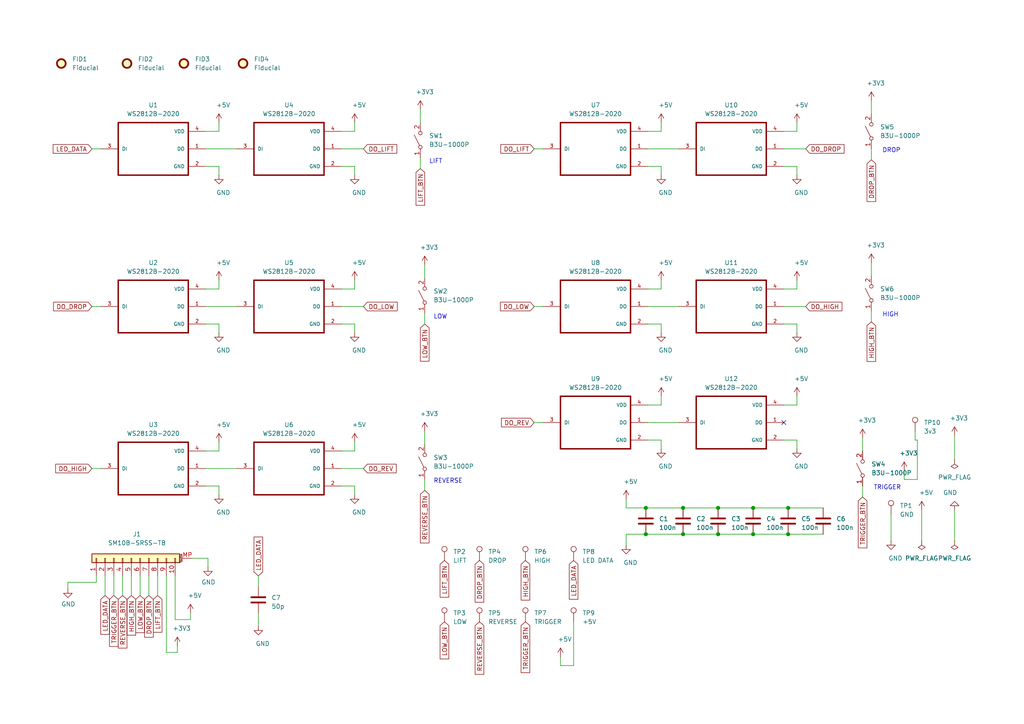
<source format=kicad_sch>
(kicad_sch (version 20211123) (generator eeschema)
  (paper "A4")
  (title_block (title "Pixel Pump UI Board") (date "2023-01-31") (rev "5"))
  (lib_symbols
    (symbol "Connector:TestPoint" (pin_numbers hide) (pin_names (offset 0.762) hide)
      (property "Reference" "TP" (at 0 6.858 0))
      (property "Value" "TestPoint" (at 0 5.08 0))
      (symbol "TestPoint_0_1"
        (circle (center 0 3.302) (radius 0.762))
      )
      (symbol "TestPoint_1_1"
        (pin passive line (at 0 0 90) (length 2.54) (name "1") (number "1"))
      )
    )
    (symbol "Connector_Generic_MountingPin:Conn_01x10_MountingPin" (pin_names (offset 1.016) hide)
      (property "Reference" "J" (at 0 12.7 0))
      (property "Value" "Conn_01x10_MountingPin" (at 1.27 -15.24 0))
      (symbol "Conn_01x10_MountingPin_1_1"
        (rectangle (start -1.27 -12.573) (end 0 -12.827) (stroke (width 0.1524)))
        (rectangle (start -1.27 -10.033) (end 0 -10.287) (stroke (width 0.1524)))
        (rectangle (start -1.27 -7.493) (end 0 -7.747) (stroke (width 0.1524)))
        (rectangle (start -1.27 -4.953) (end 0 -5.207) (stroke (width 0.1524)))
        (rectangle (start -1.27 -2.413) (end 0 -2.667) (stroke (width 0.1524)))
        (rectangle (start -1.27 0.127) (end 0 -0.127) (stroke (width 0.1524)))
        (rectangle (start -1.27 2.667) (end 0 2.413) (stroke (width 0.1524)))
        (rectangle (start -1.27 5.207) (end 0 4.953) (stroke (width 0.1524)))
        (rectangle (start -1.27 7.747) (end 0 7.493) (stroke (width 0.1524)))
        (rectangle (start -1.27 10.287) (end 0 10.033) (stroke (width 0.1524)))
        (rectangle (start -1.27 11.43) (end 1.27 -13.97) (stroke (width 0.254)) (fill (type background)))
        (polyline (pts (xy -1.016 -14.732) (xy 1.016 -14.732)) (stroke (width 0.1524)))
        (text "Mounting" (at 0 -14.351 0) (effects (font (size 0.381 0.381))))
        (pin passive line (at -5.08 10.16 0) (length 3.81) (name "Pin_1") (number "1"))
        (pin passive line (at -5.08 -12.7 0) (length 3.81) (name "Pin_10") (number "10"))
        (pin passive line (at -5.08 7.62 0) (length 3.81) (name "Pin_2") (number "2"))
        (pin passive line (at -5.08 5.08 0) (length 3.81) (name "Pin_3") (number "3"))
        (pin passive line (at -5.08 2.54 0) (length 3.81) (name "Pin_4") (number "4"))
        (pin passive line (at -5.08 0 0) (length 3.81) (name "Pin_5") (number "5"))
        (pin passive line (at -5.08 -2.54 0) (length 3.81) (name "Pin_6") (number "6"))
        (pin passive line (at -5.08 -5.08 0) (length 3.81) (name "Pin_7") (number "7"))
        (pin passive line (at -5.08 -7.62 0) (length 3.81) (name "Pin_8") (number "8"))
        (pin passive line (at -5.08 -10.16 0) (length 3.81) (name "Pin_9") (number "9"))
        (pin passive line (at 0 -17.78 90) (length 3.048) (name "MountPin") (number "MP"))
      )
    )
    (symbol "Device:C" (pin_numbers hide) (pin_names (offset 0.254))
      (property "Reference" "C" (at 0.635 2.54 0))
      (property "Value" "C" (at 0.635 -2.54 0))
      (symbol "C_0_1"
        (polyline (pts (xy -2.032 -0.762) (xy 2.032 -0.762)) (stroke (width 0.508)))
        (polyline (pts (xy -2.032 0.762) (xy 2.032 0.762)) (stroke (width 0.508)))
      )
      (symbol "C_1_1"
        (pin passive line (at 0 3.81 270) (length 2.794) (name "~") (number "1"))
        (pin passive line (at 0 -3.81 90) (length 2.794) (name "~") (number "2"))
      )
    )
    (symbol "Mechanical:Fiducial"
      (property "Reference" "FID" (at 0 5.08 0))
      (property "Value" "Fiducial" (at 0 3.175 0))
      (symbol "Fiducial_0_1"
        (circle (center 0 0) (radius 1.27) (stroke (width 0.508)) (fill (type background)))
      )
    )
    (symbol "Switch:SW_SPST" (pin_names (offset 0) hide)
      (property "Reference" "SW" (at 0 3.175 0))
      (property "Value" "SW_SPST" (at 0 -2.54 0))
      (symbol "SW_SPST_0_0"
        (circle (center -2.032 0) (radius 0.508))
        (polyline (pts (xy -1.524 0.254) (xy 1.524 1.778)))
        (circle (center 2.032 0) (radius 0.508))
      )
      (symbol "SW_SPST_1_1"
        (pin passive line (at -5.08 0 0) (length 2.54) (name "A") (number "1"))
        (pin passive line (at 5.08 0 180) (length 2.54) (name "B") (number "2"))
      )
    )
    (symbol "WS2812-2020:WS2812-2020" (pin_names (offset 1.016))
      (property "Reference" "U" (at -10.1854 7.6454 0))
      (property "Value" "WS2812-2020" (at -10.1854 -10.1854 0))
      (symbol "WS2812-2020_0_0"
        (polyline (pts (xy -10.16 -7.62) (xy -10.16 -5.08)) (stroke (width 0.4064)))
        (polyline (pts (xy -10.16 -5.08) (xy -10.16 7.62)) (stroke (width 0.4064)))
        (polyline (pts (xy -10.16 7.62) (xy 10.16 7.62)) (stroke (width 0.4064)))
        (polyline (pts (xy 10.16 -7.62) (xy -10.16 -7.62)) (stroke (width 0.4064)))
        (polyline (pts (xy 10.16 7.62) (xy 10.16 -7.62)) (stroke (width 0.4064)))
        (pin output line (at 15.24 0 180) (length 5.08) (name "DO") (number "1"))
        (pin power_in line (at 15.24 -5.08 180) (length 5.08) (name "GND") (number "2"))
        (pin input line (at -15.24 0 0) (length 5.08) (name "DI") (number "3"))
        (pin power_in line (at 15.24 5.08 180) (length 5.08) (name "VDD") (number "4"))
      )
    )
    (symbol "power:+3V3" (power) (pin_names (offset 0))
      (property "Value" "+3V3" (at 0 3.556 0))
      (symbol "+3V3_0_1"
        (polyline (pts (xy -0.762 1.27) (xy 0 2.54)))
        (polyline (pts (xy 0 0) (xy 0 2.54)))
        (polyline (pts (xy 0 2.54) (xy 0.762 1.27)))
      )
      (symbol "+3V3_1_1"
        (pin power_in line (at 0 0 90) (length 0) hide (name "+3V3") (number "1"))
      )
    )
    (symbol "power:+5V" (power) (pin_names (offset 0))
      (property "Value" "+5V" (at 0 3.556 0))
      (symbol "+5V_0_1"
        (polyline (pts (xy -0.762 1.27) (xy 0 2.54)))
        (polyline (pts (xy 0 0) (xy 0 2.54)))
        (polyline (pts (xy 0 2.54) (xy 0.762 1.27)))
      )
      (symbol "+5V_1_1"
        (pin power_in line (at 0 0 90) (length 0) hide (name "+5V") (number "1"))
      )
    )
    (symbol "power:GND" (power) (pin_names (offset 0))
      (property "Value" "GND" (at 0 -3.81 0))
      (symbol "GND_0_1"
        (polyline (pts (xy 0 0) (xy 0 -1.27) (xy 1.27 -1.27) (xy 0 -2.54) (xy -1.27 -1.27) (xy 0 -1.27)))
      )
      (symbol "GND_1_1"
        (pin power_in line (at 0 0 270) (length 0) hide (name "GND") (number "1"))
      )
    )
    (symbol "power:PWR_FLAG" (power) (pin_numbers hide) (pin_names (offset 0) hide)
      (property "Value" "PWR_FLAG" (at 0 3.81 0))
      (symbol "PWR_FLAG_0_0"
        (pin power_out line (at 0 0 90) (length 0) (name "pwr") (number "1"))
      )
      (symbol "PWR_FLAG_0_1"
        (polyline (pts (xy 0 0) (xy 0 1.27) (xy -1.016 1.905) (xy 0 2.54) (xy 1.016 1.905) (xy 0 1.27)))
      )
    )
  )
  (junction (at 208.28 154.94) (diameter 1.016))
  (junction (at 187.325 147.32) (diameter 1.016))
  (junction (at 198.12 154.94) (diameter 1.016))
  (junction (at 187.325 154.94) (diameter 1.016))
  (junction (at 228.6 147.32) (diameter 1.016))
  (junction (at 198.12 147.32) (diameter 1.016))
  (junction (at 228.6 154.94) (diameter 1.016))
  (junction (at 208.28 147.32) (diameter 1.016))
  (junction (at 218.44 147.32) (diameter 1.016))
  (junction (at 218.44 154.94) (diameter 1.016))
  (no_connect (at 227.33 122.555))
  (wire (pts (xy 63.5 128.27) (xy 63.5 130.81)))
  (wire (pts (xy 45.72 167.005) (xy 45.72 172.72)))
  (wire (pts (xy 123.19 139.065) (xy 123.19 142.24)))
  (wire (pts (xy 187.96 88.9) (xy 196.85 88.9)))
  (wire (pts (xy 267.335 147.955) (xy 267.335 156.845)))
  (wire (pts (xy 26.67 88.9) (xy 29.21 88.9)))
  (wire (pts (xy 38.1 167.005) (xy 38.1 172.72)))
  (wire (pts (xy 99.06 43.18) (xy 105.41 43.18)))
  (wire (pts (xy 121.92 31.75) (xy 121.92 35.56)))
  (wire (pts (xy 99.06 140.97) (xy 102.87 140.97)))
  (wire (pts (xy 252.73 76.2) (xy 252.73 80.01)))
  (wire (pts (xy 123.19 90.805) (xy 123.19 93.98)))
  (wire (pts (xy 99.06 38.1) (xy 102.87 38.1)))
  (wire (pts (xy 63.5 93.98) (xy 63.5 96.52)))
  (wire (pts (xy 59.69 88.9) (xy 68.58 88.9)))
  (wire (pts (xy 102.87 128.27) (xy 102.87 130.81)))
  (wire (pts (xy 154.94 43.18) (xy 157.48 43.18)))
  (wire (pts (xy 231.14 127.635) (xy 231.14 130.175)))
  (wire (pts (xy 191.77 35.56) (xy 191.77 38.1)))
  (wire (pts (xy 102.87 48.26) (xy 102.87 50.8)))
  (wire (pts (xy 26.67 43.18) (xy 29.21 43.18)))
  (wire (pts (xy 59.69 130.81) (xy 63.5 130.81)))
  (wire (pts (xy 191.77 114.935) (xy 191.77 117.475)))
  (wire (pts (xy 43.18 167.005) (xy 43.18 172.72)))
  (wire (pts (xy 102.87 81.28) (xy 102.87 83.82)))
  (wire (pts (xy 154.94 122.555) (xy 157.48 122.555)))
  (wire (pts (xy 231.14 48.26) (xy 231.14 50.8)))
  (wire (pts (xy 187.96 93.98) (xy 191.77 93.98)))
  (wire (pts (xy 191.77 93.98) (xy 191.77 96.52)))
  (wire (pts (xy 191.77 48.26) (xy 191.77 50.8)))
  (wire (pts (xy 55.88 161.925) (xy 60.325 161.925)))
  (wire (pts (xy 187.96 38.1) (xy 191.77 38.1)))
  (wire (pts (xy 59.69 48.26) (xy 63.5 48.26)))
  (wire (pts (xy 63.5 48.26) (xy 63.5 50.8)))
  (wire (pts (xy 99.06 48.26) (xy 102.87 48.26)))
  (wire (pts (xy 99.06 135.89) (xy 105.41 135.89)))
  (wire (pts (xy 99.06 93.98) (xy 102.87 93.98)))
  (wire (pts (xy 162.56 190.5) (xy 162.56 193.04)))
  (wire (pts (xy 162.56 193.04) (xy 166.37 193.04)))
  (wire (pts (xy 166.37 193.04) (xy 166.37 180.34)))
  (wire (pts (xy 30.48 167.005) (xy 30.48 172.72)))
  (wire (pts (xy 40.64 167.005) (xy 40.64 172.72)))
  (wire (pts (xy 191.77 81.28) (xy 191.77 83.82)))
  (wire (pts (xy 99.06 83.82) (xy 102.87 83.82)))
  (wire (pts (xy 19.685 168.91) (xy 27.94 168.91)))
  (wire (pts (xy 19.685 170.815) (xy 19.685 168.91)))
  (wire (pts (xy 27.94 168.91) (xy 27.94 167.005)))
  (wire (pts (xy 123.19 76.835) (xy 123.19 80.645)))
  (wire (pts (xy 252.73 43.18) (xy 252.73 46.355)))
  (wire (pts (xy 231.14 81.28) (xy 231.14 83.82)))
  (wire (pts (xy 191.77 127.635) (xy 191.77 130.175)))
  (wire (pts (xy 187.96 83.82) (xy 191.77 83.82)))
  (wire (pts (xy 154.94 88.9) (xy 157.48 88.9)))
  (wire (pts (xy 187.96 122.555) (xy 196.85 122.555)))
  (wire (pts (xy 258.445 149.225) (xy 258.445 156.845)))
  (wire (pts (xy 59.69 83.82) (xy 63.5 83.82)))
  (wire (pts (xy 102.87 140.97) (xy 102.87 143.51)))
  (wire (pts (xy 227.33 83.82) (xy 231.14 83.82)))
  (wire (pts (xy 252.73 29.21) (xy 252.73 33.02)))
  (wire (pts (xy 59.69 93.98) (xy 63.5 93.98)))
  (wire (pts (xy 231.14 35.56) (xy 231.14 38.1)))
  (wire (pts (xy 33.02 167.005) (xy 33.02 172.72)))
  (wire (pts (xy 59.69 140.97) (xy 63.5 140.97)))
  (wire (pts (xy 181.61 144.78) (xy 181.61 147.32)))
  (wire (pts (xy 181.61 147.32) (xy 187.325 147.32)))
  (wire (pts (xy 187.325 147.32) (xy 198.12 147.32)))
  (wire (pts (xy 198.12 147.32) (xy 208.28 147.32)))
  (wire (pts (xy 208.28 147.32) (xy 218.44 147.32)))
  (wire (pts (xy 218.44 147.32) (xy 228.6 147.32)))
  (wire (pts (xy 228.6 147.32) (xy 238.76 147.32)))
  (wire (pts (xy 187.96 127.635) (xy 191.77 127.635)))
  (wire (pts (xy 59.69 135.89) (xy 68.58 135.89)))
  (wire (pts (xy 276.86 147.955) (xy 276.86 156.845)))
  (wire (pts (xy 227.33 127.635) (xy 231.14 127.635)))
  (wire (pts (xy 50.8 167.005) (xy 50.8 179.705)))
  (wire (pts (xy 50.8 179.705) (xy 55.245 179.705)))
  (wire (pts (xy 55.245 179.705) (xy 55.245 177.8)))
  (wire (pts (xy 74.93 167.005) (xy 74.93 170.18)))
  (wire (pts (xy 262.255 136.525) (xy 262.255 139.065)))
  (wire (pts (xy 262.255 139.065) (xy 266.065 139.065)))
  (wire (pts (xy 265.43 127.635) (xy 265.43 125.095)))
  (wire (pts (xy 266.065 127.635) (xy 265.43 127.635)))
  (wire (pts (xy 266.065 139.065) (xy 266.065 127.635)))
  (wire (pts (xy 63.5 140.97) (xy 63.5 143.51)))
  (wire (pts (xy 231.14 93.98) (xy 231.14 96.52)))
  (wire (pts (xy 187.96 48.26) (xy 191.77 48.26)))
  (wire (pts (xy 187.96 117.475) (xy 191.77 117.475)))
  (wire (pts (xy 121.92 45.72) (xy 121.92 48.895)))
  (wire (pts (xy 231.14 114.935) (xy 231.14 117.475)))
  (wire (pts (xy 227.33 48.26) (xy 231.14 48.26)))
  (wire (pts (xy 59.69 43.18) (xy 68.58 43.18)))
  (wire (pts (xy 227.33 43.18) (xy 233.68 43.18)))
  (wire (pts (xy 181.61 154.94) (xy 187.325 154.94)))
  (wire (pts (xy 181.61 158.115) (xy 181.61 154.94)))
  (wire (pts (xy 187.325 154.94) (xy 198.12 154.94)))
  (wire (pts (xy 198.12 154.94) (xy 208.28 154.94)))
  (wire (pts (xy 208.28 154.94) (xy 218.44 154.94)))
  (wire (pts (xy 218.44 154.94) (xy 228.6 154.94)))
  (wire (pts (xy 228.6 154.94) (xy 238.76 154.94)))
  (wire (pts (xy 102.87 35.56) (xy 102.87 38.1)))
  (wire (pts (xy 227.33 88.9) (xy 233.68 88.9)))
  (wire (pts (xy 252.73 90.17) (xy 252.73 93.345)))
  (wire (pts (xy 102.87 93.98) (xy 102.87 96.52)))
  (wire (pts (xy 227.33 117.475) (xy 231.14 117.475)))
  (wire (pts (xy 59.69 38.1) (xy 63.5 38.1)))
  (wire (pts (xy 63.5 35.56) (xy 63.5 38.1)))
  (wire (pts (xy 60.325 161.925) (xy 60.325 164.465)))
  (wire (pts (xy 227.33 93.98) (xy 231.14 93.98)))
  (wire (pts (xy 123.19 125.095) (xy 123.19 128.905)))
  (wire (pts (xy 227.33 38.1) (xy 231.14 38.1)))
  (wire (pts (xy 26.67 135.89) (xy 29.21 135.89)))
  (wire (pts (xy 187.96 43.18) (xy 196.85 43.18)))
  (wire (pts (xy 99.06 130.81) (xy 102.87 130.81)))
  (wire (pts (xy 99.06 88.9) (xy 105.41 88.9)))
  (wire (pts (xy 74.93 177.8) (xy 74.93 181.61)))
  (wire (pts (xy 250.19 140.97) (xy 250.19 144.145)))
  (wire (pts (xy 276.86 126.365) (xy 276.86 133.35)))
  (wire (pts (xy 35.56 167.005) (xy 35.56 172.72)))
  (wire (pts (xy 48.26 189.23) (xy 48.26 167.005)))
  (wire (pts (xy 51.435 187.325) (xy 51.435 189.23)))
  (wire (pts (xy 51.435 189.23) (xy 48.26 189.23)))
  (wire (pts (xy 63.5 81.28) (xy 63.5 83.82)))
  (wire (pts (xy 250.19 127) (xy 250.19 130.81)))
  (text "REVERSE" (at 125.73 140.335 0) (effects (font (size 1.27 1.27)) (justify left bottom)))
  (text "DROP" (at 255.905 44.45 0) (effects (font (size 1.27 1.27)) (justify left bottom)))
  (text "HIGH" (at 255.905 92.075 0) (effects (font (size 1.27 1.27)) (justify left bottom)))
  (text "LIFT" (at 124.46 47.625 0) (effects (font (size 1.27 1.27)) (justify left bottom)))
  (text "TRIGGER" (at 253.365 142.24 0) (effects (font (size 1.27 1.27)) (justify left bottom)))
  (text "LOW" (at 125.73 92.71 0) (effects (font (size 1.27 1.27)) (justify left bottom)))
  (global_label "DO_LOW" (shape input) (at 105.41 88.9 0) (property "Intersheet References" "${INTERSHEET_REFS}" (effects hide)))
  (global_label "DO_HIGH" (shape input) (at 26.67 135.89 180) (property "Intersheet References" "${INTERSHEET_REFS}" (effects hide)))
  (global_label "LED_DATA" (shape input) (at 74.93 167.005 90) (property "Intersheet References" "${INTERSHEET_REFS}" (effects hide)))
  (global_label "DO_DROP" (shape input) (at 26.67 88.9 180) (property "Intersheet References" "${INTERSHEET_REFS}" (effects hide)))
  (global_label "DO_DROP" (shape input) (at 233.68 43.18 0) (property "Intersheet References" "${INTERSHEET_REFS}" (effects hide)))
  (global_label "DO_REV" (shape input) (at 105.41 135.89 0) (property "Intersheet References" "${INTERSHEET_REFS}" (effects hide)))
  (global_label "LIFT_BTN" (shape input) (at 45.72 172.72 270) (property "Intersheet References" "${INTERSHEET_REFS}" (effects hide)))
  (global_label "DO_HIGH" (shape input) (at 233.68 88.9 0) (property "Intersheet References" "${INTERSHEET_REFS}" (effects hide)))
  (global_label "DO_LIFT" (shape input) (at 105.41 43.18 0) (property "Intersheet References" "${INTERSHEET_REFS}" (effects hide)))
  (global_label "LOW_BTN" (shape input) (at 123.19 93.98 270) (property "Intersheet References" "${INTERSHEET_REFS}" (effects hide)))
  (global_label "DO_LIFT" (shape input) (at 154.94 43.18 180) (property "Intersheet References" "${INTERSHEET_REFS}" (effects hide)))
  (global_label "LOW_BTN" (shape input) (at 40.64 172.72 270) (property "Intersheet References" "${INTERSHEET_REFS}" (effects hide)))
  (global_label "LOW_BTN" (shape input) (at 128.905 180.34 270) (property "Intersheet References" "${INTERSHEET_REFS}" (effects hide)))
  (global_label "LED_DATA" (shape input) (at 166.37 162.56 270) (property "Intersheet References" "${INTERSHEET_REFS}" (effects hide)))
  (global_label "TRIGGER_BTN" (shape input) (at 152.4 180.34 270) (property "Intersheet References" "${INTERSHEET_REFS}" (effects hide)))
  (global_label "LED_DATA" (shape input) (at 30.48 172.72 270) (property "Intersheet References" "${INTERSHEET_REFS}" (effects hide)))
  (global_label "DROP_BTN" (shape input) (at 252.73 46.355 270) (property "Intersheet References" "${INTERSHEET_REFS}" (effects hide)))
  (global_label "TRIGGER_BTN" (shape input) (at 33.02 172.72 270) (property "Intersheet References" "${INTERSHEET_REFS}" (effects hide)))
  (global_label "HIGH_BTN" (shape input) (at 152.4 162.56 270) (property "Intersheet References" "${INTERSHEET_REFS}" (effects hide)))
  (global_label "TRIGGER_BTN" (shape input) (at 250.19 144.145 270) (property "Intersheet References" "${INTERSHEET_REFS}" (effects hide)))
  (global_label "LED_DATA" (shape input) (at 26.67 43.18 180) (property "Intersheet References" "${INTERSHEET_REFS}" (effects hide)))
  (global_label "HIGH_BTN" (shape input) (at 38.1 172.72 270) (property "Intersheet References" "${INTERSHEET_REFS}" (effects hide)))
  (global_label "REVERSE_BTN" (shape input) (at 123.19 142.24 270) (property "Intersheet References" "${INTERSHEET_REFS}" (effects hide)))
  (global_label "LIFT_BTN" (shape input) (at 128.905 162.56 270) (property "Intersheet References" "${INTERSHEET_REFS}" (effects hide)))
  (global_label "HIGH_BTN" (shape input) (at 252.73 93.345 270) (property "Intersheet References" "${INTERSHEET_REFS}" (effects hide)))
  (global_label "DO_REV" (shape input) (at 154.94 122.555 180) (property "Intersheet References" "${INTERSHEET_REFS}" (effects hide)))
  (global_label "REVERSE_BTN" (shape input) (at 139.065 180.34 270) (property "Intersheet References" "${INTERSHEET_REFS}" (effects hide)))
  (global_label "LIFT_BTN" (shape input) (at 121.92 48.895 270) (property "Intersheet References" "${INTERSHEET_REFS}" (effects hide)))
  (global_label "DO_LOW" (shape input) (at 154.94 88.9 180) (property "Intersheet References" "${INTERSHEET_REFS}" (effects hide)))
  (global_label "DROP_BTN" (shape input) (at 43.18 172.72 270) (property "Intersheet References" "${INTERSHEET_REFS}" (effects hide)))
  (global_label "REVERSE_BTN" (shape input) (at 35.56 172.72 270) (property "Intersheet References" "${INTERSHEET_REFS}" (effects hide)))
  (global_label "DROP_BTN" (shape input) (at 139.065 162.56 270) (property "Intersheet References" "${INTERSHEET_REFS}" (effects hide)))
  (symbol (lib_id "power:GND") (at 102.87 96.52 0) (unit 1)
    (property "Reference" "#PWR012" (effects hide))
    (property "Value" "GND" (at 104.14 101.6 0))
  )
  (symbol (lib_id "WS2812-2020:WS2812-2020") (at 212.09 43.18 0) (unit 1)
    (property "Reference" "U10" (at 212.09 30.48 0))
    (property "Value" "WS2812B-2020" (at 212.09 33.02 0))
    (property "Footprint" "WS2812-2020:LED_WS2812-2020" (effects hide))
    (property "STANDARD" "Manufacturer Recommendations" (effects hide))
    (property "MANUFACTURER" "Worldsemi" (effects hide))
    (property "MPN" "WS2812B-2020" (effects hide))
  )
  (symbol (lib_id "power:GND") (at 231.14 130.175 0) (unit 1)
    (property "Reference" "#PWR029" (effects hide))
    (property "Value" "GND" (at 232.41 135.255 0))
  )
  (symbol (lib_id "power:GND") (at 231.14 50.8 0) (unit 1)
    (property "Reference" "#PWR025" (effects hide))
    (property "Value" "GND" (at 232.41 55.88 0))
  )
  (symbol (lib_id "power:+3V3") (at 123.19 76.835 0) (unit 1)
    (property "Reference" "#PWR031" (effects hide))
    (property "Value" "+3V3" (at 124.46 71.755 0))
  )
  (symbol (lib_id "Connector:TestPoint") (at 128.905 180.34 0) (unit 1) (in_bom no)
    (property "Reference" "TP3" (at 131.445 177.8 0) (effects (justify left)))
    (property "Value" "LOW" (at 131.445 180.34 0) (effects (justify left)))
    (property "Footprint" "TestPoint:TestPoint_Pad_D1.5mm" (effects hide))
  )
  (symbol (lib_id "Mechanical:Fiducial") (at 70.485 18.415 0) (unit 1)
    (property "Reference" "FID4" (at 73.66 17.1449 0) (effects (justify left)))
    (property "Value" "Fiducial" (at 73.66 19.6849 0) (effects (justify left)))
    (property "Footprint" "Fiducial:Fiducial_0.75mm_Mask1.5mm" (effects hide))
  )
  (symbol (lib_id "WS2812-2020:WS2812-2020") (at 212.09 88.9 0) (unit 1)
    (property "Reference" "U11" (at 212.09 76.2 0))
    (property "Value" "WS2812B-2020" (at 212.09 78.74 0))
    (property "Footprint" "WS2812-2020:LED_WS2812-2020" (effects hide))
    (property "STANDARD" "Manufacturer Recommendations" (effects hide))
    (property "MANUFACTURER" "Worldsemi" (effects hide))
    (property "MPN" "WS2812B-2020" (effects hide))
  )
  (symbol (lib_id "Connector:TestPoint") (at 166.37 162.56 0) (unit 1) (in_bom no)
    (property "Reference" "TP8" (at 168.91 160.02 0) (effects (justify left)))
    (property "Value" "LED DATA" (at 168.91 162.56 0) (effects (justify left)))
    (property "Footprint" "TestPoint:TestPoint_Pad_D1.5mm" (effects hide))
  )
  (symbol (lib_id "Connector:TestPoint") (at 265.43 125.095 0) (unit 1) (in_bom no)
    (property "Reference" "TP10" (at 267.97 122.555 0) (effects (justify left)))
    (property "Value" "3v3" (at 267.97 125.095 0) (effects (justify left)))
    (property "Footprint" "TestPoint:TestPoint_Pad_D1.5mm" (effects hide))
  )
  (symbol (lib_id "power:GND") (at 63.5 96.52 0) (unit 1)
    (property "Reference" "#PWR06" (effects hide))
    (property "Value" "GND" (at 64.77 101.6 0))
  )
  (symbol (lib_id "Connector:TestPoint") (at 128.905 162.56 0) (unit 1) (in_bom no)
    (property "Reference" "TP2" (at 131.445 160.02 0) (effects (justify left)))
    (property "Value" "LIFT" (at 131.445 162.56 0) (effects (justify left)))
    (property "Footprint" "TestPoint:TestPoint_Pad_D1.5mm" (effects hide))
  )
  (symbol (lib_id "power:GND") (at 102.87 143.51 0) (unit 1)
    (property "Reference" "#PWR014" (effects hide))
    (property "Value" "GND" (at 104.14 148.59 0))
  )
  (symbol (lib_id "Connector:TestPoint") (at 258.445 149.225 0) (unit 1) (in_bom no)
    (property "Reference" "TP1" (at 260.985 146.685 0) (effects (justify left)))
    (property "Value" "GND" (at 260.985 149.225 0) (effects (justify left)))
    (property "Footprint" "TestPoint:TestPoint_Pad_D1.5mm" (effects hide))
  )
  (symbol (lib_id "WS2812-2020:WS2812-2020") (at 44.45 43.18 0) (unit 1)
    (property "Reference" "U1" (at 44.45 30.48 0))
    (property "Value" "WS2812B-2020" (at 44.45 33.02 0))
    (property "Footprint" "WS2812-2020:LED_WS2812-2020" (effects hide))
    (property "STANDARD" "Manufacturer Recommendations" (effects hide))
    (property "MANUFACTURER" "Worldsemi" (effects hide))
    (property "MPN" "WS2812B-2020" (effects hide))
  )
  (symbol (lib_id "Device:C") (at 218.44 151.13 0) (unit 1)
    (property "Reference" "C4" (at 222.25 150.4949 0) (effects (justify left)))
    (property "Value" "100n" (at 222.25 153.0349 0) (effects (justify left)))
    (property "Footprint" "Capacitor_SMD:C_0603_1608Metric" (effects hide))
    (property "MPN" "100n 0603" (effects hide))
  )
  (symbol (lib_id "power:+5V") (at 191.77 35.56 0) (unit 1)
    (property "Reference" "#PWR018" (effects hide))
    (property "Value" "+5V" (at 193.04 30.48 0))
  )
  (symbol (lib_id "power:GND") (at 19.685 170.815 0) (unit 1)
    (property "Reference" "#PWR01" (effects hide))
    (property "Value" "GND" (at 19.812 175.2092 0))
  )
  (symbol (lib_id "power:+5V") (at 191.77 81.28 0) (unit 1)
    (property "Reference" "#PWR020" (effects hide))
    (property "Value" "+5V" (at 193.04 76.2 0))
  )
  (symbol (lib_id "power:+3V3") (at 252.73 29.21 0) (unit 1)
    (property "Reference" "#PWR036" (effects hide))
    (property "Value" "+3V3" (at 254 24.13 0))
  )
  (symbol (lib_id "Switch:SW_SPST") (at 123.19 133.985 90) (unit 1)
    (property "Reference" "SW3" (at 125.73 132.715 90) (effects (justify right)))
    (property "Value" "B3U-1000P" (at 125.73 135.255 90) (effects (justify right)))
    (property "Footprint" "Button_Switch_SMD:SW_SPST_B3U-1000P" (effects hide))
    (property "MPN" "B3U-1000P" (effects hide))
  )
  (symbol (lib_id "power:GND") (at 60.325 164.465 0) (unit 1)
    (property "Reference" "#PWR038" (effects hide))
    (property "Value" "GND" (at 60.452 168.8592 0))
  )
  (symbol (lib_id "Connector:TestPoint") (at 152.4 162.56 0) (unit 1) (in_bom no)
    (property "Reference" "TP6" (at 154.94 160.02 0) (effects (justify left)))
    (property "Value" "HIGH" (at 154.94 162.56 0) (effects (justify left)))
    (property "Footprint" "TestPoint:TestPoint_Pad_D1.5mm" (effects hide))
  )
  (symbol (lib_id "power:+5V") (at 63.5 35.56 0) (unit 1)
    (property "Reference" "#PWR03" (effects hide))
    (property "Value" "+5V" (at 64.77 30.48 0))
  )
  (symbol (lib_id "power:GND") (at 191.77 50.8 0) (unit 1)
    (property "Reference" "#PWR019" (effects hide))
    (property "Value" "GND" (at 193.04 55.88 0))
  )
  (symbol (lib_id "power:+5V") (at 55.245 177.8 0) (unit 1)
    (property "Reference" "#PWR015" (effects hide))
    (property "Value" "+5V" (at 56.515 172.72 0))
  )
  (symbol (lib_id "Connector_Generic_MountingPin:Conn_01x10_MountingPin") (at 38.1 161.925 90) (unit 1)
    (property "Reference" "J1" (at 39.7256 154.94 90))
    (property "Value" "SM10B-SRSS-TB" (at 39.7256 157.48 90))
    (property "Footprint" "Connector_JST:JST_SH_SM10B-SRSS-TB_1x10-1MP_P1.00mm_Horizontal" (effects hide))
    (property "MPN" "SM10B-SRSS-TB(LF)(SN)" (effects hide))
  )
  (symbol (lib_id "power:GND") (at 191.77 130.175 0) (unit 1)
    (property "Reference" "#PWR023" (effects hide))
    (property "Value" "GND" (at 193.04 135.255 0))
  )
  (symbol (lib_id "power:+5V") (at 231.14 114.935 0) (unit 1)
    (property "Reference" "#PWR028" (effects hide))
    (property "Value" "+5V" (at 232.41 109.855 0))
  )
  (symbol (lib_id "power:GND") (at 63.5 143.51 0) (unit 1)
    (property "Reference" "#PWR08" (effects hide))
    (property "Value" "GND" (at 64.77 148.59 0))
  )
  (symbol (lib_id "Switch:SW_SPST") (at 121.92 40.64 90) (unit 1)
    (property "Reference" "SW1" (at 124.46 39.37 90) (effects (justify right)))
    (property "Value" "B3U-1000P" (at 124.46 41.91 90) (effects (justify right)))
    (property "Footprint" "Button_Switch_SMD:SW_SPST_B3U-1000P" (effects hide))
    (property "MPN" "B3U-1000P" (effects hide))
  )
  (symbol (lib_id "Switch:SW_SPST") (at 252.73 85.09 90) (unit 1)
    (property "Reference" "SW6" (at 255.27 83.82 90) (effects (justify right)))
    (property "Value" "B3U-1000P" (at 255.27 86.36 90) (effects (justify right)))
    (property "Footprint" "Button_Switch_SMD:SW_SPST_B3U-1000P" (effects hide))
    (property "MPN" "B3U-1000P" (effects hide))
  )
  (symbol (lib_id "power:+3V3") (at 250.19 127 0) (unit 1)
    (property "Reference" "#PWR035" (effects hide))
    (property "Value" "+3V3" (at 251.46 121.92 0))
  )
  (symbol (lib_id "power:GND") (at 191.77 96.52 0) (unit 1)
    (property "Reference" "#PWR021" (effects hide))
    (property "Value" "GND" (at 193.04 101.6 0))
  )
  (symbol (lib_id "power:+5V") (at 162.56 190.5 0) (unit 1)
    (property "Reference" "#PWR034" (effects hide))
    (property "Value" "+5V" (at 163.83 185.42 0))
  )
  (symbol (lib_id "WS2812-2020:WS2812-2020") (at 44.45 88.9 0) (unit 1)
    (property "Reference" "U2" (at 44.45 76.2 0))
    (property "Value" "WS2812B-2020" (at 44.45 78.74 0))
    (property "Footprint" "WS2812-2020:LED_WS2812-2020" (effects hide))
    (property "STANDARD" "Manufacturer Recommendations" (effects hide))
    (property "MANUFACTURER" "Worldsemi" (effects hide))
    (property "MPN" "WS2812B-2020" (effects hide))
  )
  (symbol (lib_id "WS2812-2020:WS2812-2020") (at 83.82 88.9 0) (unit 1)
    (property "Reference" "U5" (at 83.82 76.2 0))
    (property "Value" "WS2812B-2020" (at 83.82 78.74 0))
    (property "Footprint" "WS2812-2020:LED_WS2812-2020" (effects hide))
    (property "STANDARD" "Manufacturer Recommendations" (effects hide))
    (property "MANUFACTURER" "Worldsemi" (effects hide))
    (property "MPN" "WS2812B-2020" (effects hide))
  )
  (symbol (lib_id "power:GND") (at 181.61 158.115 0) (unit 1)
    (property "Reference" "#PWR0105" (effects hide))
    (property "Value" "GND" (at 182.88 163.195 0))
  )
  (symbol (lib_id "Device:C") (at 198.12 151.13 0) (unit 1)
    (property "Reference" "C2" (at 201.93 150.4949 0) (effects (justify left)))
    (property "Value" "100n" (at 201.93 153.0349 0) (effects (justify left)))
    (property "Footprint" "Capacitor_SMD:C_0603_1608Metric" (effects hide))
    (property "MPN" "100n 0603" (effects hide))
  )
  (symbol (lib_id "power:+3V3") (at 51.435 187.325 0) (unit 1)
    (property "Reference" "#PWR02" (effects hide))
    (property "Value" "+3V3" (at 52.705 182.245 0))
  )
  (symbol (lib_id "power:+5V") (at 191.77 114.935 0) (unit 1)
    (property "Reference" "#PWR022" (effects hide))
    (property "Value" "+5V" (at 193.04 109.855 0))
  )
  (symbol (lib_id "Device:C") (at 208.28 151.13 0) (unit 1)
    (property "Reference" "C3" (at 212.09 150.4949 0) (effects (justify left)))
    (property "Value" "100n" (at 212.09 153.0349 0) (effects (justify left)))
    (property "Footprint" "Capacitor_SMD:C_0603_1608Metric" (effects hide))
    (property "MPN" "100n 0603" (effects hide))
  )
  (symbol (lib_id "WS2812-2020:WS2812-2020") (at 83.82 43.18 0) (unit 1)
    (property "Reference" "U4" (at 83.82 30.48 0))
    (property "Value" "WS2812B-2020" (at 83.82 33.02 0))
    (property "Footprint" "WS2812-2020:LED_WS2812-2020" (effects hide))
    (property "STANDARD" "Manufacturer Recommendations" (effects hide))
    (property "MANUFACTURER" "Worldsemi" (effects hide))
    (property "MPN" "WS2812B-2020" (effects hide))
  )
  (symbol (lib_id "power:GND") (at 258.445 156.845 0) (unit 1)
    (property "Reference" "#PWR033" (effects hide))
    (property "Value" "GND" (at 259.715 161.925 0))
  )
  (symbol (lib_id "power:+5V") (at 102.87 35.56 0) (unit 1)
    (property "Reference" "#PWR09" (effects hide))
    (property "Value" "+5V" (at 104.14 30.48 0))
  )
  (symbol (lib_id "Device:C") (at 187.325 151.13 0) (unit 1)
    (property "Reference" "C1" (at 191.135 150.4949 0) (effects (justify left)))
    (property "Value" "100n" (at 191.135 153.0349 0) (effects (justify left)))
    (property "Footprint" "Capacitor_SMD:C_0603_1608Metric" (effects hide))
    (property "MPN" "100n 0603" (effects hide))
  )
  (symbol (lib_id "WS2812-2020:WS2812-2020") (at 172.72 88.9 0) (unit 1)
    (property "Reference" "U8" (at 172.72 76.2 0))
    (property "Value" "WS2812B-2020" (at 172.72 78.74 0))
    (property "Footprint" "WS2812-2020:LED_WS2812-2020" (effects hide))
    (property "STANDARD" "Manufacturer Recommendations" (effects hide))
    (property "MANUFACTURER" "Worldsemi" (effects hide))
    (property "MPN" "WS2812B-2020" (effects hide))
  )
  (symbol (lib_id "power:GND") (at 231.14 96.52 0) (unit 1)
    (property "Reference" "#PWR027" (effects hide))
    (property "Value" "GND" (at 232.41 101.6 0))
  )
  (symbol (lib_id "power:GND") (at 63.5 50.8 0) (unit 1)
    (property "Reference" "#PWR04" (effects hide))
    (property "Value" "GND" (at 64.77 55.88 0))
  )
  (symbol (lib_id "Connector:TestPoint") (at 166.37 180.34 0) (unit 1) (in_bom no)
    (property "Reference" "TP9" (at 168.91 177.8 0) (effects (justify left)))
    (property "Value" "+5V" (at 168.91 180.34 0) (effects (justify left)))
    (property "Footprint" "TestPoint:TestPoint_Pad_D1.5mm" (effects hide))
  )
  (symbol (lib_id "Device:C") (at 238.76 151.13 0) (unit 1)
    (property "Reference" "C6" (at 242.57 150.4949 0) (effects (justify left)))
    (property "Value" "100n" (at 242.57 153.0349 0) (effects (justify left)))
    (property "Footprint" "Capacitor_SMD:C_0603_1608Metric" (effects hide))
    (property "MPN" "100n 0603" (effects hide))
  )
  (symbol (lib_id "Device:C") (at 74.93 173.99 0) (unit 1)
    (property "Reference" "C7" (at 78.74 173.3549 0) (effects (justify left)))
    (property "Value" "50p" (at 78.74 175.8949 0) (effects (justify left)))
    (property "Footprint" "Capacitor_SMD:C_0603_1608Metric" (effects hide))
    (property "MPN" "50p 0603" (effects hide))
  )
  (symbol (lib_id "power:+5V") (at 63.5 81.28 0) (unit 1)
    (property "Reference" "#PWR05" (effects hide))
    (property "Value" "+5V" (at 64.77 76.2 0))
  )
  (symbol (lib_id "WS2812-2020:WS2812-2020") (at 212.09 122.555 0) (unit 1)
    (property "Reference" "U12" (at 212.09 109.855 0))
    (property "Value" "WS2812B-2020" (at 212.09 112.395 0))
    (property "Footprint" "WS2812-2020:LED_WS2812-2020" (effects hide))
    (property "STANDARD" "Manufacturer Recommendations" (effects hide))
    (property "MANUFACTURER" "Worldsemi" (effects hide))
    (property "MPN" "WS2812B-2020" (effects hide))
  )
  (symbol (lib_id "WS2812-2020:WS2812-2020") (at 172.72 122.555 0) (unit 1)
    (property "Reference" "U9" (at 172.72 109.855 0))
    (property "Value" "WS2812B-2020" (at 172.72 112.395 0))
    (property "Footprint" "WS2812-2020:LED_WS2812-2020" (effects hide))
    (property "STANDARD" "Manufacturer Recommendations" (effects hide))
    (property "MANUFACTURER" "Worldsemi" (effects hide))
    (property "MPN" "WS2812B-2020" (effects hide))
  )
  (symbol (lib_id "Switch:SW_SPST") (at 250.19 135.89 90) (unit 1)
    (property "Reference" "SW4" (at 252.73 134.62 90) (effects (justify right)))
    (property "Value" "B3U-1000P" (at 252.73 137.16 90) (effects (justify right)))
    (property "Footprint" "Button_Switch_SMD:SW_SPST_B3U-1000P" (effects hide))
    (property "MPN" "B3U-1000P" (effects hide))
  )
  (symbol (lib_id "power:PWR_FLAG") (at 267.335 156.845 180) (unit 1)
    (property "Reference" "#FLG0101" (effects hide))
    (property "Value" "PWR_FLAG" (at 267.335 161.925 0))
  )
  (symbol (lib_id "WS2812-2020:WS2812-2020") (at 44.45 135.89 0) (unit 1)
    (property "Reference" "U3" (at 44.45 123.19 0))
    (property "Value" "WS2812B-2020" (at 44.45 125.73 0))
    (property "Footprint" "WS2812-2020:LED_WS2812-2020" (effects hide))
    (property "STANDARD" "Manufacturer Recommendations" (effects hide))
    (property "MANUFACTURER" "Worldsemi" (effects hide))
    (property "MPN" "WS2812B-2020" (effects hide))
  )
  (symbol (lib_id "power:+3V3") (at 276.86 126.365 0) (unit 1)
    (property "Reference" "#PWR0103" (effects hide))
    (property "Value" "+3V3" (at 278.13 121.285 0))
  )
  (symbol (lib_id "power:+5V") (at 102.87 81.28 0) (unit 1)
    (property "Reference" "#PWR011" (effects hide))
    (property "Value" "+5V" (at 104.14 76.2 0))
  )
  (symbol (lib_id "Mechanical:Fiducial") (at 17.78 18.415 0) (unit 1)
    (property "Reference" "FID1" (at 20.955 17.1449 0) (effects (justify left)))
    (property "Value" "Fiducial" (at 20.955 19.6849 0) (effects (justify left)))
    (property "Footprint" "Fiducial:Fiducial_0.75mm_Mask1.5mm" (effects hide))
  )
  (symbol (lib_id "power:+3V3") (at 252.73 76.2 0) (unit 1)
    (property "Reference" "#PWR037" (effects hide))
    (property "Value" "+3V3" (at 254 71.12 0))
  )
  (symbol (lib_id "Switch:SW_SPST") (at 252.73 38.1 90) (unit 1)
    (property "Reference" "SW5" (at 255.27 36.83 90) (effects (justify right)))
    (property "Value" "B3U-1000P" (at 255.27 39.37 90) (effects (justify right)))
    (property "Footprint" "Button_Switch_SMD:SW_SPST_B3U-1000P" (effects hide))
    (property "MPN" "B3U-1000P" (effects hide))
  )
  (symbol (lib_id "Switch:SW_SPST") (at 123.19 85.725 90) (unit 1)
    (property "Reference" "SW2" (at 125.73 84.455 90) (effects (justify right)))
    (property "Value" "B3U-1000P" (at 125.73 86.995 90) (effects (justify right)))
    (property "Footprint" "Button_Switch_SMD:SW_SPST_B3U-1000P" (effects hide))
    (property "MPN" "B3U-1000P" (effects hide))
  )
  (symbol (lib_id "Connector:TestPoint") (at 152.4 180.34 0) (unit 1) (in_bom no)
    (property "Reference" "TP7" (at 154.94 177.8 0) (effects (justify left)))
    (property "Value" "TRIGGER" (at 154.94 180.34 0) (effects (justify left)))
    (property "Footprint" "TestPoint:TestPoint_Pad_D1.5mm" (effects hide))
  )
  (symbol (lib_id "power:+5V") (at 181.61 144.78 0) (unit 1)
    (property "Reference" "#PWR0106" (effects hide))
    (property "Value" "+5V" (at 182.88 139.7 0))
  )
  (symbol (lib_id "power:PWR_FLAG") (at 276.86 156.845 180) (unit 1)
    (property "Reference" "#FLG0102" (effects hide))
    (property "Value" "PWR_FLAG" (at 276.86 161.925 0))
  )
  (symbol (lib_id "power:+3V3") (at 123.19 125.095 0) (unit 1)
    (property "Reference" "#PWR032" (effects hide))
    (property "Value" "+3V3" (at 124.46 120.015 0))
  )
  (symbol (lib_id "power:+5V") (at 63.5 128.27 0) (unit 1)
    (property "Reference" "#PWR07" (effects hide))
    (property "Value" "+5V" (at 64.77 123.19 0))
  )
  (symbol (lib_id "power:PWR_FLAG") (at 276.86 133.35 180) (unit 1)
    (property "Reference" "#FLG0103" (effects hide))
    (property "Value" "PWR_FLAG" (at 276.86 138.43 0))
  )
  (symbol (lib_id "power:GND") (at 74.93 181.61 0) (unit 1)
    (property "Reference" "#PWR039" (effects hide))
    (property "Value" "GND" (at 76.2 186.69 0))
  )
  (symbol (lib_id "power:+3V3") (at 121.92 31.75 0) (unit 1)
    (property "Reference" "#PWR030" (effects hide))
    (property "Value" "+3V3" (at 123.19 26.67 0))
  )
  (symbol (lib_id "Mechanical:Fiducial") (at 36.83 18.415 0) (unit 1)
    (property "Reference" "FID2" (at 40.005 17.1449 0) (effects (justify left)))
    (property "Value" "Fiducial" (at 40.005 19.6849 0) (effects (justify left)))
    (property "Footprint" "Fiducial:Fiducial_0.75mm_Mask1.5mm" (effects hide))
  )
  (symbol (lib_id "Connector:TestPoint") (at 139.065 180.34 0) (unit 1) (in_bom no)
    (property "Reference" "TP5" (at 141.605 177.8 0) (effects (justify left)))
    (property "Value" "REVERSE" (at 141.605 180.34 0) (effects (justify left)))
    (property "Footprint" "TestPoint:TestPoint_Pad_D1.5mm" (effects hide))
  )
  (symbol (lib_id "power:GND") (at 276.86 147.955 180) (unit 1)
    (property "Reference" "#PWR0102" (effects hide))
    (property "Value" "GND" (at 275.59 142.875 0))
  )
  (symbol (lib_id "power:+5V") (at 231.14 81.28 0) (unit 1)
    (property "Reference" "#PWR026" (effects hide))
    (property "Value" "+5V" (at 232.41 76.2 0))
  )
  (symbol (lib_id "Device:C") (at 228.6 151.13 0) (unit 1)
    (property "Reference" "C5" (at 232.41 150.4949 0) (effects (justify left)))
    (property "Value" "100n" (at 232.41 153.0349 0) (effects (justify left)))
    (property "Footprint" "Capacitor_SMD:C_0603_1608Metric" (effects hide))
    (property "MPN" "100n 0603" (effects hide))
  )
  (symbol (lib_id "power:+3V3") (at 262.255 136.525 0) (unit 1)
    (property "Reference" "#PWR0104" (effects hide))
    (property "Value" "+3V3" (at 263.525 131.445 0))
  )
  (symbol (lib_id "Connector:TestPoint") (at 139.065 162.56 0) (unit 1) (in_bom no)
    (property "Reference" "TP4" (at 141.605 160.02 0) (effects (justify left)))
    (property "Value" "DROP" (at 141.605 162.56 0) (effects (justify left)))
    (property "Footprint" "TestPoint:TestPoint_Pad_D1.5mm" (effects hide))
  )
  (symbol (lib_id "WS2812-2020:WS2812-2020") (at 83.82 135.89 0) (unit 1)
    (property "Reference" "U6" (at 83.82 123.19 0))
    (property "Value" "WS2812B-2020" (at 83.82 125.73 0))
    (property "Footprint" "WS2812-2020:LED_WS2812-2020" (effects hide))
    (property "STANDARD" "Manufacturer Recommendations" (effects hide))
    (property "MANUFACTURER" "Worldsemi" (effects hide))
    (property "MPN" "WS2812B-2020" (effects hide))
  )
  (symbol (lib_id "power:+5V") (at 231.14 35.56 0) (unit 1)
    (property "Reference" "#PWR024" (effects hide))
    (property "Value" "+5V" (at 232.41 30.48 0))
  )
  (symbol (lib_id "Mechanical:Fiducial") (at 53.34 18.415 0) (unit 1)
    (property "Reference" "FID3" (at 56.515 17.1449 0) (effects (justify left)))
    (property "Value" "Fiducial" (at 56.515 19.6849 0) (effects (justify left)))
    (property "Footprint" "Fiducial:Fiducial_0.75mm_Mask1.5mm" (effects hide))
  )
  (symbol (lib_id "power:+5V") (at 267.335 147.955 0) (unit 1)
    (property "Reference" "#PWR0101" (effects hide))
    (property "Value" "+5V" (at 268.605 142.875 0))
  )
  (symbol (lib_id "power:GND") (at 102.87 50.8 0) (unit 1)
    (property "Reference" "#PWR010" (effects hide))
    (property "Value" "GND" (at 104.14 55.88 0))
  )
  (symbol (lib_id "power:+5V") (at 102.87 128.27 0) (unit 1)
    (property "Reference" "#PWR013" (effects hide))
    (property "Value" "+5V" (at 104.14 123.19 0))
  )
  (symbol (lib_id "WS2812-2020:WS2812-2020") (at 172.72 43.18 0) (unit 1)
    (property "Reference" "U7" (at 172.72 30.48 0))
    (property "Value" "WS2812B-2020" (at 172.72 33.02 0))
    (property "Footprint" "WS2812-2020:LED_WS2812-2020" (effects hide))
    (property "STANDARD" "Manufacturer Recommendations" (effects hide))
    (property "MANUFACTURER" "Worldsemi" (effects hide))
    (property "MPN" "WS2812B-2020" (effects hide))
  )
)
</source>
